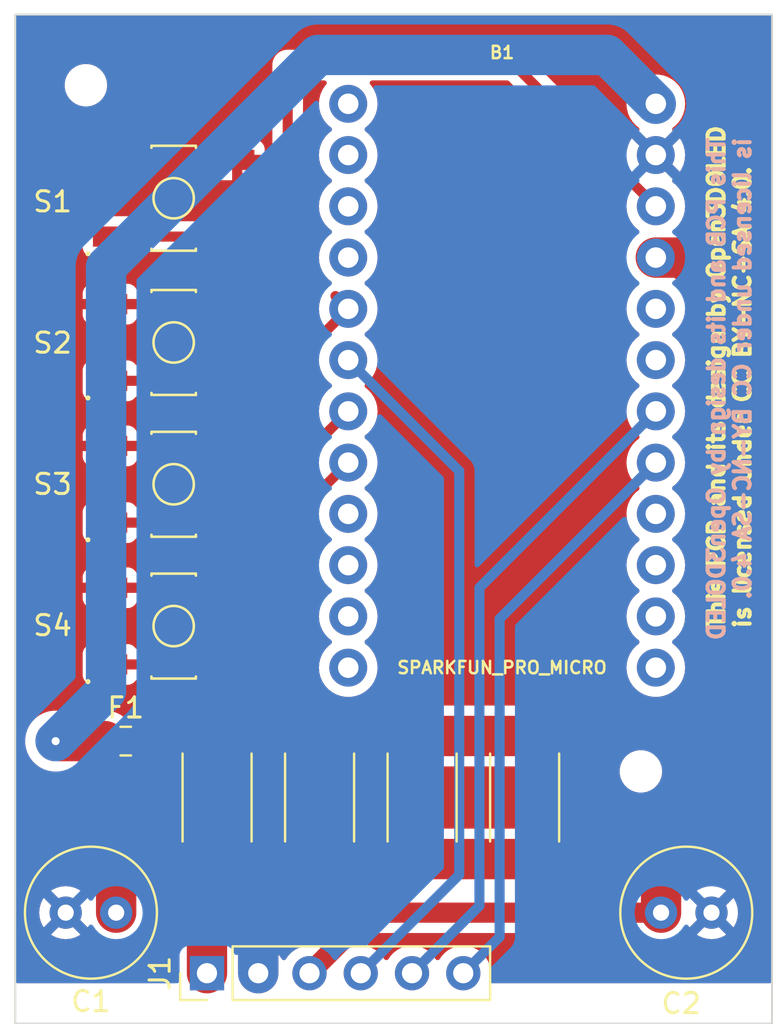
<source format=kicad_pcb>
(kicad_pcb (version 20240108) (generator "pcbnew") (generator_version "8.0")
  (layers (0 "F.Cu" signal) (31 "B.Cu" signal) (34 "B.Paste" user) (35 "F.Paste" user) (36 "B.SilkS" user "B.Silkscreen") (37 "F.SilkS" user "F.Silkscreen") (38 "B.Mask" user) (39 "F.Mask" user) (44 "Edge.Cuts" user))
  (net 0 "")
  (net 5 "/LED_CONTROL_1")
  (net 14 "/VCC_1")
  (net 15 "/LEFT_SIGNAL_1")
  (net 18 "GND1")
  (net 19 "/RIGHT_SIGNAL_1")
  (net 20 "Net-(B1-RESET)")
  (net 21 "/5V_AFTER_FUSE")
  (net 22 "+5V_1")
  (net 23 "/LED_POWER_1")
  (net 24 "Net-(B1-*5)")
  (net 25 "Net-(B1-4)")
  (net 26 "Net-(B1-2)")
  (footprint "Tactile.Switch:SW_TL3342F160QG" (layer "F.Cu") (at 99.35 64.3)
    (property "Reference" "S4" (at -6 -0.027 0) (layer "F.SilkS") (effects (font (size 1.000134 1.000134))))
    (property "Value" "TL3342F160QG" (hide yes))
    (fp_line (start -1.1 -2.6) (end -1.1 -2.5) (stroke (width 0.127)) (layer "F.SilkS"))
    (fp_line (start -1.1 -2.6) (end 1.1 -2.6) (stroke (width 0.127)) (layer "F.SilkS"))
    (fp_line (start -1.1 2.5) (end -1.1 2.6) (stroke (width 0.127)) (layer "F.SilkS"))
    (fp_line (start -1.1 2.6) (end 1.1 2.6) (stroke (width 0.127)) (layer "F.SilkS"))
    (fp_line (start 1.1 -2.5) (end 1.1 -2.6) (stroke (width 0.127)) (layer "F.SilkS"))
    (fp_line (start 1.1 2.5) (end 1.1 2.6) (stroke (width 0.127)) (layer "F.SilkS"))
    (fp_circle (center -4.25 2.75) (end -4.123 2.75) (fill solid) (layer "F.SilkS"))
    (fp_circle (center 0 0) (end 1 0) (stroke (width 0.127)) (fill none) (layer "F.SilkS"))
    (pad "1" smd rect (at -3.15 1.9) (size 1.7 1) (layers "F.Cu" "F.Paste" "F.Mask") (net 24 "Net-(B1-*5)"))
    (pad "2" smd rect (at 3.15 1.9) (size 1.7 1) (layers "F.Cu" "F.Paste" "F.Mask") (net 24 "Net-(B1-*5)"))
    (pad "3" smd rect (at -3.15 -1.9) (size 1.7 1) (layers "F.Cu" "F.Paste" "F.Mask") (net 18 "GND1"))
    (pad "4" smd rect (at 3.15 -1.9) (size 1.7 1) (layers "F.Cu" "F.Paste" "F.Mask") (net 18 "GND1"))
  )
  (footprint "Fuse:Fuse_0805_2012Metric_Pad1.15x1.40mm_HandSolder" (layer "F.Cu") (at 96.975 70)
    (property "Reference" "F1" (at 0 -1.65 0) (layer "F.SilkS"))
    (property "Value" "Polyfuse" (hide yes))
    (fp_line (start -0.261252 -0.71) (end 0.261252 -0.71) (stroke (width 0.12)) (layer "F.SilkS"))
    (fp_line (start -0.261252 0.71) (end 0.261252 0.71) (stroke (width 0.12)) (layer "F.SilkS"))
    (pad "1" smd roundrect (at -1.025 0) (size 1.15 1.4) (layers "F.Cu" "F.Paste" "F.Mask") (roundrect_rratio 0.2173913043) (net 22 "+5V_1"))
    (pad "2" smd roundrect (at 1.025 0) (size 1.15 1.4) (layers "F.Cu" "F.Paste" "F.Mask") (roundrect_rratio 0.2173913043) (net 21 "/5V_AFTER_FUSE"))
  )
  (footprint "Library:MountingHole_1.6mm_M1.4_ISO7380" (layer "F.Cu") (at 95 37.5)
    (property "Reference" "H1" (hide yes))
    (property "Value" "MountingHole" (hide yes))
    (pad "" np_thru_hole circle (at 0 0) (size 1.6 1.6) (drill 1.6) (layers "F&B.Cu" "*.Mask"))
  )
  (footprint "Resistor_SMD:R_2512_6332Metric_Pad1.40x3.35mm_HandSolder" (layer "F.Cu") (at 111.66 72.795 -90)
    (property "Reference" "R11" (hide yes))
    (property "Value" "1.5" (hide yes))
    (fp_line (start -2.177064 1.71) (end 2.177064 1.71) (stroke (width 0.12)) (layer "F.SilkS"))
    (fp_line (start -2.177064 -1.71) (end 2.177064 -1.71) (stroke (width 0.12)) (layer "F.SilkS"))
    (pad "1" smd roundrect (at -3.05 0 270) (size 1.4 3.35) (layers "F.Cu" "F.Paste" "F.Mask") (roundrect_rratio 0.1785707143) (net 21 "/5V_AFTER_FUSE"))
    (pad "2" smd roundrect (at 3.05 0 270) (size 1.4 3.35) (layers "F.Cu" "F.Paste" "F.Mask") (roundrect_rratio 0.1785707143) (net 23 "/LED_POWER_1"))
  )
  (footprint "Capacitor_THT:C_Radial_D6.3mm_H11.0mm_P2.50mm" (layer "F.Cu") (at 96.5 78.5 180)
    (property "Reference" "C1" (at 1.25 -4.4 0) (layer "F.SilkS"))
    (property "Value" "C_Polarized")
    (fp_circle (center 1.25 0) (end 4.52 0) (stroke (width 0.12)) (fill none) (layer "F.SilkS"))
    (pad "1" thru_hole circle (at 0 0 180) (size 1.6 1.6) (drill 0.8) (layers "*.Cu" "*.Mask") (net 21 "/5V_AFTER_FUSE"))
    (pad "2" thru_hole circle (at 2.5 0 180) (size 1.6 1.6) (drill 0.8) (layers "*.Cu" "*.Mask") (net 18 "GND1"))
  )
  (footprint "Sparkfun.Boards:SPARKFUN_PRO_MICRO" (layer "F.Cu") (at 115.62 51.12)
    (property "Reference" "B1" (at 0 -15.24 0) (layer "F.SilkS") (effects (font (size 0.6096 0.6096) (thickness 0.127))))
    (property "Value" "SPARKFUN_PRO_MICRO" (at 0 15.24 0) (layer "F.SilkS") (effects (font (size 0.6096 0.6096) (thickness 0.127))))
    (pad "1" thru_hole circle (at -7.62 -12.7) (size 1.8796 1.8796) (drill 1.016) (layers "*.Cu" "*.Mask"))
    (pad "2" thru_hole circle (at -7.62 -10.16) (size 1.8796 1.8796) (drill 1.016) (layers "*.Cu" "*.Mask"))
    (pad "3" thru_hole circle (at -7.62 -7.62) (size 1.8796 1.8796) (drill 1.016) (layers "*.Cu" "*.Mask"))
    (pad "4" thru_hole circle (at -7.62 -5.08) (size 1.8796 1.8796) (drill 1.016) (layers "*.Cu" "*.Mask"))
    (pad "5" thru_hole circle (at -7.62 -2.54) (size 1.8796 1.8796) (drill 1.016) (layers "*.Cu" "*.Mask") (net 26 "Net-(B1-2)"))
    (pad "6" thru_hole circle (at -7.62 0) (size 1.8796 1.8796) (drill 1.016) (layers "*.Cu" "*.Mask") (net 5 "/LED_CONTROL_1"))
    (pad "7" thru_hole circle (at -7.62 2.54) (size 1.8796 1.8796) (drill 1.016) (layers "*.Cu" "*.Mask") (net 25 "Net-(B1-4)"))
    (pad "8" thru_hole circle (at -7.62 5.08) (size 1.8796 1.8796) (drill 1.016) (layers "*.Cu" "*.Mask") (net 24 "Net-(B1-*5)"))
    (pad "9" thru_hole circle (at -7.62 7.62) (size 1.8796 1.8796) (drill 1.016) (layers "*.Cu" "*.Mask"))
    (pad "10" thru_hole circle (at -7.62 10.16) (size 1.8796 1.8796) (drill 1.016) (layers "*.Cu" "*.Mask"))
    (pad "11" thru_hole circle (at -7.62 12.7) (size 1.8796 1.8796) (drill 1.016) (layers "*.Cu" "*.Mask"))
    (pad "12" thru_hole circle (at -7.62 15.24) (size 1.8796 1.8796) (drill 1.016) (layers "*.Cu" "*.Mask"))
    (pad "13" thru_hole circle (at 7.62 15.24) (size 1.8796 1.8796) (drill 1.016) (layers "*.Cu" "*.Mask"))
    (pad "14" thru_hole circle (at 7.62 12.7) (size 1.8796 1.8796) (drill 1.016) (layers "*.Cu" "*.Mask"))
    (pad "15" thru_hole circle (at 7.62 10.16) (size 1.8796 1.8796) (drill 1.016) (layers "*.Cu" "*.Mask"))
    (pad "16" thru_hole circle (at 7.62 7.62) (size 1.8796 1.8796) (drill 1.016) (layers "*.Cu" "*.Mask"))
    (pad "17" thru_hole circle (at 7.62 5.08) (size 1.8796 1.8796) (drill 1.016) (layers "*.Cu" "*.Mask") (net 19 "/RIGHT_SIGNAL_1"))
    (pad "18" thru_hole circle (at 7.62 2.54) (size 1.8796 1.8796) (drill 1.016) (layers "*.Cu" "*.Mask") (net 15 "/LEFT_SIGNAL_1"))
    (pad "19" thru_hole circle (at 7.62 0) (size 1.8796 1.8796) (drill 1.016) (layers "*.Cu" "*.Mask"))
    (pad "20" thru_hole circle (at 7.62 -2.54) (size 1.8796 1.8796) (drill 1.016) (layers "*.Cu" "*.Mask"))
    (pad "21" thru_hole circle (at 7.62 -5.08) (size 1.8796 1.8796) (drill 1.016) (layers "*.Cu" "*.Mask") (net 14 "/VCC_1"))
    (pad "22" thru_hole circle (at 7.62 -7.62) (size 1.8796 1.8796) (drill 1.016) (layers "*.Cu" "*.Mask") (net 20 "Net-(B1-RESET)"))
    (pad "23" thru_hole circle (at 7.62 -10.16) (size 1.8796 1.8796) (drill 1.016) (layers "*.Cu" "*.Mask") (net 18 "GND1"))
    (pad "24" thru_hole circle (at 7.62 -12.7) (size 1.8796 1.8796) (drill 1.016) (layers "*.Cu" "*.Mask") (net 22 "+5V_1"))
  )
  (footprint "Tactile.Switch:SW_TL3342F160QG" (layer "F.Cu") (at 99.35 50.246)
    (property "Reference" "S2" (at -6 0.027 0) (layer "F.SilkS") (effects (font (size 1.000134 1.000134))))
    (property "Value" "TL3342F160QG" (hide yes))
    (fp_line (start -1.1 -2.6) (end -1.1 -2.5) (stroke (width 0.127)) (layer "F.SilkS"))
    (fp_line (start -1.1 -2.6) (end 1.1 -2.6) (stroke (width 0.127)) (layer "F.SilkS"))
    (fp_line (start -1.1 2.5) (end -1.1 2.6) (stroke (width 0.127)) (layer "F.SilkS"))
    (fp_line (start -1.1 2.6) (end 1.1 2.6) (stroke (width 0.127)) (layer "F.SilkS"))
    (fp_line (start 1.1 -2.5) (end 1.1 -2.6) (stroke (width 0.127)) (layer "F.SilkS"))
    (fp_line (start 1.1 2.5) (end 1.1 2.6) (stroke (width 0.127)) (layer "F.SilkS"))
    (fp_circle (center -4.25 2.75) (end -4.123 2.75) (fill solid) (layer "F.SilkS"))
    (fp_circle (center 0 0) (end 1 0) (stroke (width 0.127)) (fill none) (layer "F.SilkS"))
    (pad "1" smd rect (at -3.15 1.9) (size 1.7 1) (layers "F.Cu" "F.Paste" "F.Mask") (net 26 "Net-(B1-2)"))
    (pad "2" smd rect (at 3.15 1.9) (size 1.7 1) (layers "F.Cu" "F.Paste" "F.Mask") (net 26 "Net-(B1-2)"))
    (pad "3" smd rect (at -3.15 -1.9) (size 1.7 1) (layers "F.Cu" "F.Paste" "F.Mask") (net 18 "GND1"))
    (pad "4" smd rect (at 3.15 -1.9) (size 1.7 1) (layers "F.Cu" "F.Paste" "F.Mask") (net 18 "GND1"))
  )
  (footprint "Connector_PinHeader_2.54mm:PinHeader_1x06_P2.54mm_Vertical" (layer "F.Cu") (at 101 81.5 90)
    (property "Reference" "J1" (at 0 -2.33 -90) (layer "F.SilkS"))
    (property "Value" "Conn_01x06_Pin" (hide yes))
    (fp_line (start -1.33 -1.33) (end 0 -1.33) (stroke (width 0.12)) (layer "F.SilkS"))
    (fp_line (start -1.33 0) (end -1.33 -1.33) (stroke (width 0.12)) (layer "F.SilkS"))
    (fp_line (start 1.33 1.27) (end 1.33 14.03) (stroke (width 0.12)) (layer "F.SilkS"))
    (fp_line (start -1.33 1.27) (end 1.33 1.27) (stroke (width 0.12)) (layer "F.SilkS"))
    (fp_line (start -1.33 1.27) (end -1.33 14.03) (stroke (width 0.12)) (layer "F.SilkS"))
    (fp_line (start -1.33 14.03) (end 1.33 14.03) (stroke (width 0.12)) (layer "F.SilkS"))
    (pad "1" thru_hole rect (at 0 0 90) (size 1.7 1.7) (drill 1) (layers "*.Cu" "*.Mask") (net 23 "/LED_POWER_1"))
    (pad "2" thru_hole oval (at 0 2.54 90) (size 1.7 1.7) (drill 1) (layers "*.Cu" "*.Mask") (net 18 "GND1"))
    (pad "3" thru_hole oval (at 0 5.08 90) (size 1.7 1.7) (drill 1) (layers "*.Cu" "*.Mask") (net 14 "/VCC_1"))
    (pad "4" thru_hole oval (at 0 7.62 90) (size 1.7 1.7) (drill 1) (layers "*.Cu" "*.Mask") (net 5 "/LED_CONTROL_1"))
    (pad "5" thru_hole oval (at 0 10.16 90) (size 1.7 1.7) (drill 1) (layers "*.Cu" "*.Mask") (net 15 "/LEFT_SIGNAL_1"))
    (pad "6" thru_hole oval (at 0 12.7 90) (size 1.7 1.7) (drill 1) (layers "*.Cu" "*.Mask") (net 19 "/RIGHT_SIGNAL_1"))
  )
  (footprint "Resistor_SMD:R_2512_6332Metric_Pad1.40x3.35mm_HandSolder" (layer "F.Cu") (at 101.5 72.795 -90)
    (property "Reference" "R13" (hide yes))
    (property "Value" "1.5" (hide yes))
    (fp_line (start -2.177064 1.71) (end 2.177064 1.71) (stroke (width 0.12)) (layer "F.SilkS"))
    (fp_line (start -2.177064 -1.71) (end 2.177064 -1.71) (stroke (width 0.12)) (layer "F.SilkS"))
    (pad "1" smd roundrect (at -3.05 0 270) (size 1.4 3.35) (layers "F.Cu" "F.Paste" "F.Mask") (roundrect_rratio 0.1785707143) (net 21 "/5V_AFTER_FUSE"))
    (pad "2" smd roundrect (at 3.05 0 270) (size 1.4 3.35) (layers "F.Cu" "F.Paste" "F.Mask") (roundrect_rratio 0.1785707143) (net 23 "/LED_POWER_1"))
  )
  (footprint "Tactile.Switch:SW_TL3342F160QG" (layer "F.Cu") (at 99.35 43.1)
    (property "Reference" "S1" (at -6 0.173 0) (layer "F.SilkS") (effects (font (size 1.000134 1.000134))))
    (property "Value" "TL3342F160QG" (hide yes))
    (fp_line (start -1.1 -2.6) (end -1.1 -2.5) (stroke (width 0.127)) (layer "F.SilkS"))
    (fp_line (start -1.1 -2.6) (end 1.1 -2.6) (stroke (width 0.127)) (layer "F.SilkS"))
    (fp_line (start -1.1 2.5) (end -1.1 2.6) (stroke (width 0.127)) (layer "F.SilkS"))
    (fp_line (start -1.1 2.6) (end 1.1 2.6) (stroke (width 0.127)) (layer "F.SilkS"))
    (fp_line (start 1.1 -2.5) (end 1.1 -2.6) (stroke (width 0.127)) (layer "F.SilkS"))
    (fp_line (start 1.1 2.5) (end 1.1 2.6) (stroke (width 0.127)) (layer "F.SilkS"))
    (fp_circle (center -4.25 2.75) (end -4.123 2.75) (fill solid) (layer "F.SilkS"))
    (fp_circle (center 0 0) (end 1 0) (stroke (width 0.127)) (fill none) (layer "F.SilkS"))
    (pad "1" smd rect (at -3.15 1.9) (size 1.7 1) (layers "F.Cu" "F.Paste" "F.Mask") (net 20 "Net-(B1-RESET)"))
    (pad "2" smd rect (at 3.15 1.9) (size 1.7 1) (layers "F.Cu" "F.Paste" "F.Mask") (net 20 "Net-(B1-RESET)"))
    (pad "3" smd rect (at -3.15 -1.9) (size 1.7 1) (layers "F.Cu" "F.Paste" "F.Mask") (net 18 "GND1"))
    (pad "4" smd rect (at 3.15 -1.9) (size 1.7 1) (layers "F.Cu" "F.Paste" "F.Mask") (net 18 "GND1"))
  )
  (footprint "Library:MountingHole_1.6mm_M1.4_ISO7380" (layer "F.Cu") (at 122.5 71.5)
    (property "Reference" "H2" (hide yes))
    (property "Value" "MountingHole" (hide yes))
    (pad "" np_thru_hole circle (at 0 0) (size 1.6 1.6) (drill 1.6) (layers "F&B.Cu" "*.Mask"))
  )
  (footprint "Resistor_SMD:R_2512_6332Metric_Pad1.40x3.35mm_HandSolder" (layer "F.Cu") (at 116.74 72.795 -90)
    (property "Reference" "R10" (hide yes))
    (property "Value" "1.5" (hide yes))
    (fp_line (start -2.177064 1.71) (end 2.177064 1.71) (stroke (width 0.12)) (layer "F.SilkS"))
    (fp_line (start -2.177064 -1.71) (end 2.177064 -1.71) (stroke (width 0.12)) (layer "F.SilkS"))
    (pad "1" smd roundrect (at -3.05 0 270) (size 1.4 3.35) (layers "F.Cu" "F.Paste" "F.Mask") (roundrect_rratio 0.1785707143) (net 21 "/5V_AFTER_FUSE"))
    (pad "2" smd roundrect (at 3.05 0 270) (size 1.4 3.35) (layers "F.Cu" "F.Paste" "F.Mask") (roundrect_rratio 0.1785707143) (net 23 "/LED_POWER_1"))
  )
  (footprint "Capacitor_THT:C_Radial_D6.3mm_H11.0mm_P2.50mm" (layer "F.Cu") (at 123.5 78.5)
    (property "Reference" "C2" (at 1 4.5 180) (layer "F.SilkS"))
    (property "Value" "C_Polarized" (hide yes))
    (fp_circle (center 1.25 0) (end 4.52 0) (stroke (width 0.12)) (fill none) (layer "F.SilkS"))
    (pad "1" thru_hole circle (at 0 0) (size 1.6 1.6) (drill 0.8) (layers "*.Cu" "*.Mask") (net 14 "/VCC_1"))
    (pad "2" thru_hole circle (at 2.5 0) (size 1.6 1.6) (drill 0.8) (layers "*.Cu" "*.Mask") (net 18 "GND1"))
  )
  (footprint "Resistor_SMD:R_2512_6332Metric_Pad1.40x3.35mm_HandSolder" (layer "F.Cu") (at 106.58 72.795 -90)
    (property "Reference" "R12" (hide yes))
    (property "Value" "1.5" (hide yes))
    (fp_line (start -2.177064 1.71) (end 2.177064 1.71) (stroke (width 0.12)) (layer "F.SilkS"))
    (fp_line (start -2.177064 -1.71) (end 2.177064 -1.71) (stroke (width 0.12)) (layer "F.SilkS"))
    (pad "1" smd roundrect (at -3.05 0 270) (size 1.4 3.35) (layers "F.Cu" "F.Paste" "F.Mask") (roundrect_rratio 0.1785707143) (net 21 "/5V_AFTER_FUSE"))
    (pad "2" smd roundrect (at 3.05 0 270) (size 1.4 3.35) (layers "F.Cu" "F.Paste" "F.Mask") (roundrect_rratio 0.1785707143) (net 23 "/LED_POWER_1"))
  )
  (footprint "Tactile.Switch:SW_TL3342F160QG" (layer "F.Cu") (at 99.35 57.273)
    (property "Reference" "S3" (at -6 0 0) (layer "F.SilkS") (effects (font (size 1.000134 1.000134))))
    (property "Value" "TL3342F160QG" (hide yes))
    (fp_line (start -1.1 -2.6) (end -1.1 -2.5) (stroke (width 0.127)) (layer "F.SilkS"))
    (fp_line (start -1.1 -2.6) (end 1.1 -2.6) (stroke (width 0.127)) (layer "F.SilkS"))
    (fp_line (start -1.1 2.5) (end -1.1 2.6) (stroke (width 0.127)) (layer "F.SilkS"))
    (fp_line (start -1.1 2.6) (end 1.1 2.6) (stroke (width 0.127)) (layer "F.SilkS"))
    (fp_line (start 1.1 -2.5) (end 1.1 -2.6) (stroke (width 0.127)) (layer "F.SilkS"))
    (fp_line (start 1.1 2.5) (end 1.1 2.6) (stroke (width 0.127)) (layer "F.SilkS"))
    (fp_circle (center -4.25 2.75) (end -4.123 2.75) (fill solid) (layer "F.SilkS"))
    (fp_circle (center 0 0) (end 1 0) (stroke (width 0.127)) (fill none) (layer "F.SilkS"))
    (pad "1" smd rect (at -3.15 1.9) (size 1.7 1) (layers "F.Cu" "F.Paste" "F.Mask") (net 25 "Net-(B1-4)"))
    (pad "2" smd rect (at 3.15 1.9) (size 1.7 1) (layers "F.Cu" "F.Paste" "F.Mask") (net 25 "Net-(B1-4)"))
    (pad "3" smd rect (at -3.15 -1.9) (size 1.7 1) (layers "F.Cu" "F.Paste" "F.Mask") (net 18 "GND1"))
    (pad "4" smd rect (at 3.15 -1.9) (size 1.7 1) (layers "F.Cu" "F.Paste" "F.Mask") (net 18 "GND1"))
  )
  (gr_line (start 129 34) (end 129 84) (stroke (width 0.1)) (layer "Edge.Cuts"))
  (gr_line (start 129 84) (end 91.5 84) (stroke (width 0.1)) (layer "Edge.Cuts"))
  (gr_line (start 91.5 84) (end 91.5 34) (stroke (width 0.1)) (layer "Edge.Cuts"))
  (gr_line (start 91.5 34) (end 129 34) (stroke (width 0.1)) (layer "Edge.Cuts"))
  (gr_text "This PCB and its design by Open3DOLED \nis licensed under CC BY-NC-SA 4.0." (at 128 40 90) (layer "B.SilkS") (effects (font (size 0.8 0.8) (thickness 0.2) (bold yes)) (justify left bottom mirror)))
  (gr_text "This PCB and its design by Open3DOLED \nis licensed under CC BY-NC-SA 4.0." (at 128 64.5 90) (layer "F.SilkS") (effects (font (size 0.8 0.8) (thickness 0.2) (bold yes)) (justify left bottom)))
  (segment (start 108 51.12) (end 113.5 56.62) (width 0.5) (layer "B.Cu") (net 5))
  (segment (start 113.5 76.62) (end 108.62 81.5) (width 0.5) (layer "B.Cu") (net 5))
  (segment (start 113.5 56.62) (end 113.5 76.62) (width 0.5) (layer "B.Cu") (net 5))
  (segment (start 123.5 78.5) (end 109.08 78.5) (width 1) (layer "F.Cu") (net 14))
  (segment (start 123.5 76.5) (end 123.5 78.5) (width 2) (layer "F.Cu") (net 14))
  (segment (start 109.08 78.5) (end 106.08 81.5) (width 1) (layer "F.Cu") (net 14))
  (segment (start 127 73) (end 123.5 76.5) (width 2) (layer "F.Cu") (net 14))
  (segment (start 127 48.470923) (end 127 73) (width 2) (layer "F.Cu") (net 14))
  (segment (start 124.569077 46.04) (end 127 48.470923) (width 2) (layer "F.Cu") (net 14))
  (segment (start 123.24 46.04) (end 124.569077 46.04) (width 2) (layer "F.Cu") (net 14))
  (segment (start 123.24 53.66) (end 114.5 62.4) (width 0.5) (layer "B.Cu") (net 15))
  (segment (start 114.5 78.16) (end 111.16 81.5) (width 0.5) (layer "B.Cu") (net 15))
  (segment (start 114.5 62.4) (end 114.5 78.16) (width 0.5) (layer "B.Cu") (net 15))
  (segment (start 103.54 81.5) (end 103.54 79.96) (width 2) (layer "F.Cu") (net 18))
  (segment (start 103.54 79.96) (end 104 79.5) (width 2) (layer "F.Cu") (net 18))
  (segment (start 103.54 81.5) (end 103.54 79.96) (width 2) (layer "B.Cu") (net 18))
  (segment (start 103.54 79.96) (end 104 79.5) (width 2) (layer "B.Cu") (net 18))
  (segment (start 123.24 56.2) (end 115.5 63.94) (width 0.5) (layer "B.Cu") (net 19))
  (segment (start 115.5 79.7) (end 113.7 81.5) (width 0.5) (layer "B.Cu") (net 19))
  (segment (start 115.5 63.94) (end 115.5 79.7) (width 0.5) (layer "B.Cu") (net 19))
  (segment (start 102.5 43.877) (end 102.5 45) (width 0.5) (layer "F.Cu") (net 20))
  (segment (start 105 36.5) (end 105 41.377) (width 0.5) (layer "F.Cu") (net 20))
  (segment (start 123.24 43.5) (end 116.24 36.5) (width 0.5) (layer "F.Cu") (net 20))
  (segment (start 116.24 36.5) (end 105 36.5) (width 0.5) (layer "F.Cu") (net 20))
  (segment (start 96.2 45) (end 102.5 45) (width 0.5) (layer "F.Cu") (net 20))
  (segment (start 105 41.377) (end 102.5 43.877) (width 0.5) (layer "F.Cu") (net 20))
  (segment (start 101.5 69.745) (end 98.405 69.745) (width 2) (layer "F.Cu") (net 21))
  (segment (start 96.5 74.745) (end 101.5 69.745) (width 2) (layer "F.Cu") (net 21))
  (segment (start 96.5 78.5) (end 96.5 74.745) (width 2) (layer "F.Cu") (net 21))
  (segment (start 98.405 69.745) (end 98.15 70) (width 2) (layer "F.Cu") (net 21))
  (segment (start 101.5 69.745) (end 116.74 69.745) (width 2) (layer "F.Cu") (net 21))
  (segment (start 93.5 70) (end 95.95 70) (width 2) (layer "F.Cu") (net 22))
  (via (at 93.5 70) (size 0.8) (drill 0.4) (layers "F.Cu" "B.Cu") (net 22))
  (segment (start 96 46.5) (end 96 67.5) (width 2) (layer "B.Cu") (net 22))
  (segment (start 106.5 36) (end 96 46.5) (width 2) (layer "B.Cu") (net 22))
  (segment (start 96 67.5) (end 93.5 70) (width 2) (layer "B.Cu") (net 22))
  (segment (start 123.24 38.42) (end 120.82 36) (width 2) (layer "B.Cu") (net 22))
  (segment (start 120.82 36) (end 106.5 36) (width 2) (layer "B.Cu") (net 22))
  (segment (start 101 76.345) (end 101.5 75.845) (width 2) (layer "F.Cu") (net 23))
  (segment (start 101.5 75.845) (end 116.74 75.845) (width 2) (layer "F.Cu") (net 23))
  (segment (start 101 81.5) (end 101 76.345) (width 2) (layer "F.Cu") (net 23))
  (segment (start 96.2 66.2) (end 102.5 66.2) (width 0.5) (layer "F.Cu") (net 24))
  (segment (start 102.5 66.2) (end 106 62.7) (width 0.5) (layer "F.Cu") (net 24))
  (segment (start 106 62.7) (end 106 58.2) (width 0.5) (layer "F.Cu") (net 24))
  (segment (start 108 56.2) (end 106 58.2) (width 0.5) (layer "F.Cu") (net 24))
  (segment (start 96.2 59.173) (end 102.5 59.173) (width 0.5) (layer "F.Cu") (net 25))
  (segment (start 102.5 59.173) (end 102.5 59.16) (width 0.5) (layer "F.Cu") (net 25))
  (segment (start 102.5 59.16) (end 108 53.66) (width 0.5) (layer "F.Cu") (net 25))
  (segment (start 107.366 47.946) (end 108 48.58) (width 0.5) (layer "F.Cu") (net 26))
  (segment (start 102.5 52.146) (end 104.434 52.146) (width 0.5) (layer "F.Cu") (net 26))
  (segment (start 108 48.58) (end 107.92 48.58) (width 0.5) (layer "F.Cu") (net 26))
  (segment (start 104.434 52.146) (end 108 48.58) (width 0.5) (layer "F.Cu") (net 26))
  (segment (start 96.2 52.146) (end 102.5 52.146) (width 0.5) (layer "F.Cu") (net 26))
  (zone (net 18) (net_name "GND1") (layers "F&B.Cu") (connect_pads (clearance 0.508)) (min_thickness 0.254) (fill yes (thermal_gap 0.508) (thermal_bridge_width 0.508))
    (polygon (pts (xy 129 82) (xy 91.5 82) (xy 91.5 34) (xy 129 34)))
  )
)
</source>
